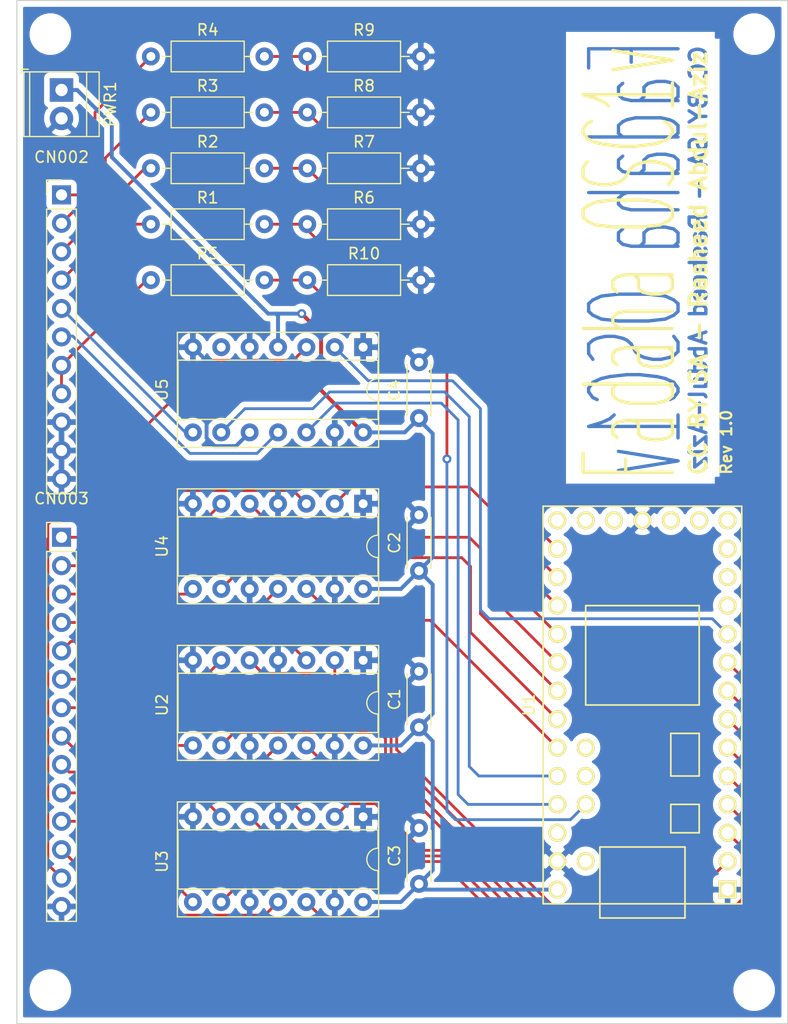
<source format=kicad_pcb>
(kicad_pcb (version 20171130) (host pcbnew "(5.0.1-3-g963ef8bb5)")
  (layers (0 F.Cu signal) (31 B.Cu signal) (35 F.Paste user) (37 F.SilkS user) (39 F.Mask user) (44 Edge.Cuts user))
  (net 0 "")
  (net 1 /Faders/FINT0)
  (net 2 /Faders/FINT1)
  (net 3 /Faders/FINT2)
  (net 4 /Faders/FINT3)
  (net 5 "Net-(CN002-Pad5)")
  (net 6 "Net-(CN002-Pad6)")
  (net 7 "Net-(CN002-Pad7)")
  (net 8 GND)
  (net 9 "Net-(CN003-Pad1)")
  (net 10 "Net-(CN003-Pad2)")
  (net 11 "Net-(CN003-Pad3)")
  (net 12 "Net-(CN003-Pad4)")
  (net 13 "Net-(CN003-Pad5)")
  (net 14 "Net-(CN003-Pad6)")
  (net 15 "Net-(CN003-Pad7)")
  (net 16 "Net-(CN003-Pad8)")
  (net 17 "Net-(CN003-Pad9)")
  (net 18 "Net-(CN003-Pad10)")
  (net 19 "Net-(CN003-Pad11)")
  (net 20 "Net-(CN003-Pad12)")
  (net 21 VCC)
  (net 22 /Faders/F3)
  (net 23 /Faders/F2)
  (net 24 /Faders/F1)
  (net 25 /Faders/F0)
  (net 26 /Faders/AREF)
  (net 27 "Net-(U1-Pad18)")
  (net 28 "Net-(U1-Pad19)")
  (net 29 "Net-(U1-Pad20)")
  (net 30 "Net-(U1-Pad16)")
  (net 31 "Net-(U1-Pad15)")
  (net 32 "Net-(U1-Pad14)")
  (net 33 "/Motor Control/BANK0")
  (net 34 "/Motor Control/BANK1")
  (net 35 "/Motor Control/BANK2")
  (net 36 "/Motor Control/BANK3")
  (net 37 /Faders/FSEL0)
  (net 38 /Faders/FSEL1)
  (net 39 "Net-(U1-Pad31)")
  (net 40 "Net-(U1-Pad34)")
  (net 41 "Net-(U1-Pad36)")
  (net 42 "Net-(U1-Pad37)")
  (net 43 "Net-(U1-Pad13)")
  (net 44 "Net-(U1-Pad12)")
  (net 45 "Net-(U1-Pad11)")
  (net 46 "/Motor Control/M3_B")
  (net 47 "/Motor Control/M3_A")
  (net 48 "/Motor Control/M2_B")
  (net 49 "/Motor Control/M2_A")
  (net 50 "/Motor Control/M1_B")
  (net 51 "/Motor Control/M1_A")
  (net 52 "/Motor Control/M0_B")
  (net 53 "/Motor Control/M0_A")
  (net 54 "Net-(U5-Pad6)")
  (net 55 "/Motor Control/_RESET")
  (net 56 "Net-(CN003-Pad13)")
  (module MountingHole:MountingHole_2.7mm_M2.5 (layer F.Cu) (at 129.5 126.6)
    (fp_text reference REF** hide)
    (fp_text value MountingHole_2.7mm_M2.5 hide)
    (pad "" np_thru_hole circle (at 0 0) (size 2.7 2.7) (drill 2.7) (layers *.Cu *.Mask))
  )
  (module MountingHole:MountingHole_2.7mm_M2.5 (layer F.Cu) (at 66.5 126.6)
    (fp_text reference REF** hide)
    (fp_text value MountingHole_2.7mm_M2.5 hide)
    (pad "" np_thru_hole circle (at 0 0) (size 2.7 2.7) (drill 2.7) (layers *.Cu *.Mask))
  )
  (module MountingHole:MountingHole_2.7mm_M2.5 (layer F.Cu) (at 129.5 41.1)
    (fp_text reference GND hide)
    (fp_text value MountingHole_2.7mm_M2.5 hide)
    (pad "" np_thru_hole circle (at 0 0) (size 2.7 2.7) (drill 2.7) (layers *.Cu *.Mask))
  )
  (module MountingHole:MountingHole_2.7mm_M2.5 (layer F.Cu) (at 66.5 41.1)
    (fp_text reference REF** hide)
    (fp_text value MountingHole_2.7mm_M2.5 hide)
    (pad "" np_thru_hole circle (at 0 0) (size 2.7 2.7) (drill 2.7) (layers *.Cu *.Mask))
  )
  (module teensy:Teensy30_31_32_LC-custom (layer F.Cu) (at 119.5 101.1 90)
    (fp_text reference U1 (at 0 -10.16 90) (layer F.SilkS))
    (fp_text value Teensy3.2)
    (pad 1 thru_hole rect (at -16.51 7.62 90) (size 1.6 1.6) (drill 1.1) (layers *.Cu *.Mask F.SilkS) (net 8 GND))
    (pad 2 thru_hole circle (at -13.97 7.62 90) (size 1.6 1.6) (drill 1.1) (layers *.Cu *.Mask F.SilkS) (net 53 "/Motor Control/M0_A"))
    (pad 3 thru_hole circle (at -11.43 7.62 90) (size 1.6 1.6) (drill 1.1) (layers *.Cu *.Mask F.SilkS) (net 52 "/Motor Control/M0_B"))
    (pad 4 thru_hole circle (at -8.89 7.62 90) (size 1.6 1.6) (drill 1.1) (layers *.Cu *.Mask F.SilkS) (net 51 "/Motor Control/M1_A"))
    (pad 5 thru_hole circle (at -6.35 7.62 90) (size 1.6 1.6) (drill 1.1) (layers *.Cu *.Mask F.SilkS) (net 50 "/Motor Control/M1_B"))
    (pad 6 thru_hole circle (at -3.81 7.62 90) (size 1.6 1.6) (drill 1.1) (layers *.Cu *.Mask F.SilkS) (net 49 "/Motor Control/M2_A"))
    (pad 7 thru_hole circle (at -1.27 7.62 90) (size 1.6 1.6) (drill 1.1) (layers *.Cu *.Mask F.SilkS) (net 48 "/Motor Control/M2_B"))
    (pad 8 thru_hole circle (at 1.27 7.62 90) (size 1.6 1.6) (drill 1.1) (layers *.Cu *.Mask F.SilkS) (net 47 "/Motor Control/M3_A"))
    (pad 9 thru_hole circle (at 3.81 7.62 90) (size 1.6 1.6) (drill 1.1) (layers *.Cu *.Mask F.SilkS) (net 46 "/Motor Control/M3_B"))
    (pad 10 thru_hole circle (at 6.35 7.62 90) (size 1.6 1.6) (drill 1.1) (layers *.Cu *.Mask F.SilkS) (net 55 "/Motor Control/_RESET"))
    (pad 11 thru_hole circle (at 8.89 7.62 90) (size 1.6 1.6) (drill 1.1) (layers *.Cu *.Mask F.SilkS) (net 45 "Net-(U1-Pad11)"))
    (pad 12 thru_hole circle (at 11.43 7.62 90) (size 1.6 1.6) (drill 1.1) (layers *.Cu *.Mask F.SilkS) (net 44 "Net-(U1-Pad12)"))
    (pad 13 thru_hole circle (at 13.97 7.62 90) (size 1.6 1.6) (drill 1.1) (layers *.Cu *.Mask F.SilkS) (net 43 "Net-(U1-Pad13)"))
    (pad 37 thru_hole circle (at -3.81 -5.08 90) (size 1.6 1.6) (drill 1.1) (layers *.Cu *.Mask F.SilkS) (net 42 "Net-(U1-Pad37)"))
    (pad 36 thru_hole circle (at -6.35 -5.08 90) (size 1.6 1.6) (drill 1.1) (layers *.Cu *.Mask F.SilkS) (net 41 "Net-(U1-Pad36)"))
    (pad 35 thru_hole circle (at -8.89 -5.08 90) (size 1.6 1.6) (drill 1.1) (layers *.Cu *.Mask F.SilkS) (net 26 /Faders/AREF))
    (pad 34 thru_hole circle (at -13.97 -5.08 90) (size 1.6 1.6) (drill 1.1) (layers *.Cu *.Mask F.SilkS) (net 40 "Net-(U1-Pad34)"))
    (pad 33 thru_hole circle (at -16.51 -7.62 90) (size 1.6 1.6) (drill 1.1) (layers *.Cu *.Mask F.SilkS) (net 21 VCC))
    (pad 32 thru_hole circle (at -13.97 -7.62 90) (size 1.6 1.6) (drill 1.1) (layers *.Cu *.Mask F.SilkS) (net 8 GND))
    (pad 31 thru_hole circle (at -11.43 -7.62 90) (size 1.6 1.6) (drill 1.1) (layers *.Cu *.Mask F.SilkS) (net 39 "Net-(U1-Pad31)"))
    (pad 30 thru_hole circle (at -8.89 -7.62 90) (size 1.6 1.6) (drill 1.1) (layers *.Cu *.Mask F.SilkS) (net 38 /Faders/FSEL1))
    (pad 29 thru_hole circle (at -6.35 -7.62 90) (size 1.6 1.6) (drill 1.1) (layers *.Cu *.Mask F.SilkS) (net 37 /Faders/FSEL0))
    (pad 28 thru_hole circle (at -3.81 -7.62 90) (size 1.6 1.6) (drill 1.1) (layers *.Cu *.Mask F.SilkS) (net 36 "/Motor Control/BANK3"))
    (pad 27 thru_hole circle (at -1.27 -7.62 90) (size 1.6 1.6) (drill 1.1) (layers *.Cu *.Mask F.SilkS) (net 35 "/Motor Control/BANK2"))
    (pad 26 thru_hole circle (at 1.27 -7.62 90) (size 1.6 1.6) (drill 1.1) (layers *.Cu *.Mask F.SilkS) (net 34 "/Motor Control/BANK1"))
    (pad 25 thru_hole circle (at 3.81 -7.62 90) (size 1.6 1.6) (drill 1.1) (layers *.Cu *.Mask F.SilkS) (net 33 "/Motor Control/BANK0"))
    (pad 24 thru_hole circle (at 6.35 -7.62 90) (size 1.6 1.6) (drill 1.1) (layers *.Cu *.Mask F.SilkS) (net 22 /Faders/F3))
    (pad 23 thru_hole circle (at 8.89 -7.62 90) (size 1.6 1.6) (drill 1.1) (layers *.Cu *.Mask F.SilkS) (net 23 /Faders/F2))
    (pad 22 thru_hole circle (at 11.43 -7.62 90) (size 1.6 1.6) (drill 1.1) (layers *.Cu *.Mask F.SilkS) (net 24 /Faders/F1))
    (pad 21 thru_hole circle (at 13.97 -7.62 90) (size 1.6 1.6) (drill 1.1) (layers *.Cu *.Mask F.SilkS) (net 25 /Faders/F0))
    (pad 14 thru_hole circle (at 16.51 7.62 90) (size 1.6 1.6) (drill 1.1) (layers *.Cu *.Mask F.SilkS) (net 32 "Net-(U1-Pad14)"))
    (pad 15 thru_hole circle (at 16.51 5.08 90) (size 1.6 1.6) (drill 1.1) (layers *.Cu *.Mask F.SilkS) (net 31 "Net-(U1-Pad15)"))
    (pad 16 thru_hole circle (at 16.51 2.54 90) (size 1.6 1.6) (drill 1.1) (layers *.Cu *.Mask F.SilkS) (net 30 "Net-(U1-Pad16)"))
    (pad 20 thru_hole circle (at 16.51 -7.62 90) (size 1.6 1.6) (drill 1.1) (layers *.Cu *.Mask F.SilkS) (net 29 "Net-(U1-Pad20)"))
    (pad 19 thru_hole circle (at 16.51 -5.08 90) (size 1.6 1.6) (drill 1.1) (layers *.Cu *.Mask F.SilkS) (net 28 "Net-(U1-Pad19)"))
    (pad 18 thru_hole circle (at 16.51 -2.54 90) (size 1.6 1.6) (drill 1.1) (layers *.Cu *.Mask F.SilkS) (net 27 "Net-(U1-Pad18)"))
    (pad 17 thru_hole circle (at 16.51 0 90) (size 1.6 1.6) (drill 1.1) (layers *.Cu *.Mask F.SilkS) (net 8 GND))
  )
  (module Resistor_THT:R_Axial_DIN0207_L6.3mm_D2.5mm_P10.16mm_Horizontal (layer F.Cu) (at 89.5 58.1)
    (fp_text reference R6 (at 5.08 -2.37) (layer F.SilkS))
    (fp_text value 20k)
    (pad 2 thru_hole oval (at 10.16 0) (size 1.6 1.6) (drill 0.8) (layers *.Cu *.Mask) (net 8 GND))
    (pad 1 thru_hole circle (at 0 0) (size 1.6 1.6) (drill 0.8) (layers *.Cu *.Mask) (net 22 /Faders/F3))
  )
  (module Resistor_THT:R_Axial_DIN0207_L6.3mm_D2.5mm_P10.16mm_Horizontal (layer F.Cu) (at 89.5 63.1)
    (fp_text reference R10 (at 5.08 -2.37) (layer F.SilkS))
    (fp_text value 20k)
    (pad 1 thru_hole circle (at 0 0) (size 1.6 1.6) (drill 0.8) (layers *.Cu *.Mask) (net 26 /Faders/AREF))
    (pad 2 thru_hole oval (at 10.16 0) (size 1.6 1.6) (drill 0.8) (layers *.Cu *.Mask) (net 8 GND))
  )
  (module Capacitor_THT:C_Disc_D4.3mm_W1.9mm_P5.00mm (layer F.Cu) (at 99.5 75.44432 90)
    (fp_text reference C4 (at 2.5 -2.2 90) (layer F.SilkS))
    (fp_text value 100nf)
    (pad 2 thru_hole circle (at 5 0 90) (size 1.6 1.6) (drill 0.8) (layers *.Cu *.Mask) (net 8 GND))
    (pad 1 thru_hole circle (at 0 0 90) (size 1.6 1.6) (drill 0.8) (layers *.Cu *.Mask) (net 21 VCC))
  )
  (module Capacitor_THT:C_Disc_D4.3mm_W1.9mm_P5.00mm (layer F.Cu) (at 99.5 117.1 90)
    (fp_text reference C3 (at 2.5 -2.2 90) (layer F.SilkS))
    (fp_text value 100nf)
    (pad 1 thru_hole circle (at 0 0 90) (size 1.6 1.6) (drill 0.8) (layers *.Cu *.Mask) (net 21 VCC))
    (pad 2 thru_hole circle (at 5 0 90) (size 1.6 1.6) (drill 0.8) (layers *.Cu *.Mask) (net 8 GND))
  )
  (module Capacitor_THT:C_Disc_D4.3mm_W1.9mm_P5.00mm (layer F.Cu) (at 99.5 89.1 90)
    (fp_text reference C2 (at 2.5 -2.2 90) (layer F.SilkS))
    (fp_text value 100nf)
    (pad 2 thru_hole circle (at 5 0 90) (size 1.6 1.6) (drill 0.8) (layers *.Cu *.Mask) (net 8 GND))
    (pad 1 thru_hole circle (at 0 0 90) (size 1.6 1.6) (drill 0.8) (layers *.Cu *.Mask) (net 21 VCC))
  )
  (module Capacitor_THT:C_Disc_D4.3mm_W1.9mm_P5.00mm (layer F.Cu) (at 99.5 103.1 90)
    (fp_text reference C1 (at 2.5 -2.2 90) (layer F.SilkS))
    (fp_text value 100nf)
    (pad 1 thru_hole circle (at 0 0 90) (size 1.6 1.6) (drill 0.8) (layers *.Cu *.Mask) (net 21 VCC))
    (pad 2 thru_hole circle (at 5 0 90) (size 1.6 1.6) (drill 0.8) (layers *.Cu *.Mask) (net 8 GND))
  )
  (module Connector_PinHeader_2.54mm:PinHeader_1x11_P2.54mm_Vertical (layer F.Cu) (at 67.5 55.48)
    (fp_text reference CN002 (at 0 -3.38) (layer F.SilkS))
    (fp_text value "11 pin header")
    (pad 1 thru_hole rect (at 0 0) (size 1.7 1.7) (drill 1) (layers *.Cu *.Mask) (net 1 /Faders/FINT0))
    (pad 2 thru_hole oval (at 0 2.54) (size 1.7 1.7) (drill 1) (layers *.Cu *.Mask) (net 2 /Faders/FINT1))
    (pad 3 thru_hole oval (at 0 5.08) (size 1.7 1.7) (drill 1) (layers *.Cu *.Mask) (net 3 /Faders/FINT2))
    (pad 4 thru_hole oval (at 0 7.62) (size 1.7 1.7) (drill 1) (layers *.Cu *.Mask) (net 4 /Faders/FINT3))
    (pad 5 thru_hole oval (at 0 10.16) (size 1.7 1.7) (drill 1) (layers *.Cu *.Mask) (net 5 "Net-(CN002-Pad5)"))
    (pad 6 thru_hole oval (at 0 12.7) (size 1.7 1.7) (drill 1) (layers *.Cu *.Mask) (net 6 "Net-(CN002-Pad6)"))
    (pad 7 thru_hole oval (at 0 15.24) (size 1.7 1.7) (drill 1) (layers *.Cu *.Mask) (net 7 "Net-(CN002-Pad7)"))
    (pad 8 thru_hole oval (at 0 17.78) (size 1.7 1.7) (drill 1) (layers *.Cu *.Mask) (net 7 "Net-(CN002-Pad7)"))
    (pad 9 thru_hole oval (at 0 20.32) (size 1.7 1.7) (drill 1) (layers *.Cu *.Mask) (net 8 GND))
    (pad 10 thru_hole oval (at 0 22.86) (size 1.7 1.7) (drill 1) (layers *.Cu *.Mask) (net 8 GND))
    (pad 11 thru_hole oval (at 0 25.4) (size 1.7 1.7) (drill 1) (layers *.Cu *.Mask) (net 8 GND))
  )
  (module Connector_PinHeader_2.54mm:PinHeader_1x14_P2.54mm_Vertical (layer F.Cu) (at 67.5 86.1)
    (fp_text reference CN003 (at 0 -3.46) (layer F.SilkS))
    (fp_text value "14 pin header")
    (pad 1 thru_hole rect (at 0 0) (size 1.7 1.7) (drill 1) (layers *.Cu *.Mask) (net 9 "Net-(CN003-Pad1)"))
    (pad 2 thru_hole oval (at 0 2.54) (size 1.7 1.7) (drill 1) (layers *.Cu *.Mask) (net 10 "Net-(CN003-Pad2)"))
    (pad 3 thru_hole oval (at 0 5.08) (size 1.7 1.7) (drill 1) (layers *.Cu *.Mask) (net 11 "Net-(CN003-Pad3)"))
    (pad 4 thru_hole oval (at 0 7.62) (size 1.7 1.7) (drill 1) (layers *.Cu *.Mask) (net 12 "Net-(CN003-Pad4)"))
    (pad 5 thru_hole oval (at 0 10.16) (size 1.7 1.7) (drill 1) (layers *.Cu *.Mask) (net 13 "Net-(CN003-Pad5)"))
    (pad 6 thru_hole oval (at 0 12.7) (size 1.7 1.7) (drill 1) (layers *.Cu *.Mask) (net 14 "Net-(CN003-Pad6)"))
    (pad 7 thru_hole oval (at 0 15.24) (size 1.7 1.7) (drill 1) (layers *.Cu *.Mask) (net 15 "Net-(CN003-Pad7)"))
    (pad 8 thru_hole oval (at 0 17.78) (size 1.7 1.7) (drill 1) (layers *.Cu *.Mask) (net 16 "Net-(CN003-Pad8)"))
    (pad 9 thru_hole oval (at 0 20.32) (size 1.7 1.7) (drill 1) (layers *.Cu *.Mask) (net 17 "Net-(CN003-Pad9)"))
    (pad 10 thru_hole oval (at 0 22.86) (size 1.7 1.7) (drill 1) (layers *.Cu *.Mask) (net 18 "Net-(CN003-Pad10)"))
    (pad 11 thru_hole oval (at 0 25.4) (size 1.7 1.7) (drill 1) (layers *.Cu *.Mask) (net 19 "Net-(CN003-Pad11)"))
    (pad 12 thru_hole oval (at 0 27.94) (size 1.7 1.7) (drill 1) (layers *.Cu *.Mask) (net 20 "Net-(CN003-Pad12)"))
    (pad 13 thru_hole oval (at 0 30.48) (size 1.7 1.7) (drill 1) (layers *.Cu *.Mask) (net 56 "Net-(CN003-Pad13)"))
    (pad 14 thru_hole oval (at 0 33.02) (size 1.7 1.7) (drill 1) (layers *.Cu *.Mask) (net 8 GND))
  )
  (module TerminalBlock_TE-Connectivity:TerminalBlock_TE_282834-2_1x02_P2.54mm_Horizontal (layer F.Cu) (at 67.5 46.1 270)
    (fp_text reference PWR1 (at 1.27 -4.37 270) (layer F.SilkS))
    (fp_text value Screw_Terminal_01x02 hide)
    (pad 1 thru_hole rect (at 0 0 270) (size 2.1 2.1) (drill 1.1) (layers *.Cu *.Mask) (net 21 VCC))
    (pad 2 thru_hole circle (at 2.54 0 270) (size 2.1 2.1) (drill 1.1) (layers *.Cu *.Mask) (net 8 GND))
  )
  (module Resistor_THT:R_Axial_DIN0207_L6.3mm_D2.5mm_P10.16mm_Horizontal (layer F.Cu) (at 75.5 58.1)
    (fp_text reference R1 (at 5.08 -2.37) (layer F.SilkS))
    (fp_text value 11k)
    (pad 1 thru_hole circle (at 0 0) (size 1.6 1.6) (drill 0.8) (layers *.Cu *.Mask) (net 4 /Faders/FINT3))
    (pad 2 thru_hole oval (at 10.16 0) (size 1.6 1.6) (drill 0.8) (layers *.Cu *.Mask) (net 22 /Faders/F3))
  )
  (module Resistor_THT:R_Axial_DIN0207_L6.3mm_D2.5mm_P10.16mm_Horizontal (layer F.Cu) (at 75.5 53.1)
    (fp_text reference R2 (at 5.08 -2.37) (layer F.SilkS))
    (fp_text value 11k)
    (pad 2 thru_hole oval (at 10.16 0) (size 1.6 1.6) (drill 0.8) (layers *.Cu *.Mask) (net 23 /Faders/F2))
    (pad 1 thru_hole circle (at 0 0) (size 1.6 1.6) (drill 0.8) (layers *.Cu *.Mask) (net 3 /Faders/FINT2))
  )
  (module Resistor_THT:R_Axial_DIN0207_L6.3mm_D2.5mm_P10.16mm_Horizontal (layer F.Cu) (at 75.5 48.1)
    (fp_text reference R3 (at 5.08 -2.37) (layer F.SilkS))
    (fp_text value 11k)
    (pad 1 thru_hole circle (at 0 0) (size 1.6 1.6) (drill 0.8) (layers *.Cu *.Mask) (net 2 /Faders/FINT1))
    (pad 2 thru_hole oval (at 10.16 0) (size 1.6 1.6) (drill 0.8) (layers *.Cu *.Mask) (net 24 /Faders/F1))
  )
  (module Resistor_THT:R_Axial_DIN0207_L6.3mm_D2.5mm_P10.16mm_Horizontal (layer F.Cu) (at 75.5 43.1)
    (fp_text reference R4 (at 5.08 -2.37) (layer F.SilkS))
    (fp_text value 11k)
    (pad 1 thru_hole circle (at 0 0) (size 1.6 1.6) (drill 0.8) (layers *.Cu *.Mask) (net 1 /Faders/FINT0))
    (pad 2 thru_hole oval (at 10.16 0) (size 1.6 1.6) (drill 0.8) (layers *.Cu *.Mask) (net 25 /Faders/F0))
  )
  (module Resistor_THT:R_Axial_DIN0207_L6.3mm_D2.5mm_P10.16mm_Horizontal (layer F.Cu) (at 75.5 63.1)
    (fp_text reference R5 (at 5.08 -2.37) (layer F.SilkS))
    (fp_text value 11k)
    (pad 2 thru_hole oval (at 10.16 0) (size 1.6 1.6) (drill 0.8) (layers *.Cu *.Mask) (net 26 /Faders/AREF))
    (pad 1 thru_hole circle (at 0 0) (size 1.6 1.6) (drill 0.8) (layers *.Cu *.Mask) (net 7 "Net-(CN002-Pad7)"))
  )
  (module Resistor_THT:R_Axial_DIN0207_L6.3mm_D2.5mm_P10.16mm_Horizontal (layer F.Cu) (at 89.5 53.1)
    (fp_text reference R7 (at 5.08 -2.37) (layer F.SilkS))
    (fp_text value 20k)
    (pad 1 thru_hole circle (at 0 0) (size 1.6 1.6) (drill 0.8) (layers *.Cu *.Mask) (net 23 /Faders/F2))
    (pad 2 thru_hole oval (at 10.16 0) (size 1.6 1.6) (drill 0.8) (layers *.Cu *.Mask) (net 8 GND))
  )
  (module Resistor_THT:R_Axial_DIN0207_L6.3mm_D2.5mm_P10.16mm_Horizontal (layer F.Cu) (at 89.5 48.1)
    (fp_text reference R8 (at 5.08 -2.37) (layer F.SilkS))
    (fp_text value 20k)
    (pad 2 thru_hole oval (at 10.16 0) (size 1.6 1.6) (drill 0.8) (layers *.Cu *.Mask) (net 8 GND))
    (pad 1 thru_hole circle (at 0 0) (size 1.6 1.6) (drill 0.8) (layers *.Cu *.Mask) (net 24 /Faders/F1))
  )
  (module Resistor_THT:R_Axial_DIN0207_L6.3mm_D2.5mm_P10.16mm_Horizontal (layer F.Cu) (at 89.5 43.1)
    (fp_text reference R9 (at 5.08 -2.37) (layer F.SilkS))
    (fp_text value 20k)
    (pad 2 thru_hole oval (at 10.16 0) (size 1.6 1.6) (drill 0.8) (layers *.Cu *.Mask) (net 8 GND))
    (pad 1 thru_hole circle (at 0 0) (size 1.6 1.6) (drill 0.8) (layers *.Cu *.Mask) (net 25 /Faders/F0))
  )
  (module Package_DIP:DIP-14_W7.62mm_Socket (layer F.Cu) (at 94.5 97.1 270)
    (fp_text reference U2 (at 4 18 270) (layer F.SilkS))
    (fp_text value 74125)
    (pad 1 thru_hole rect (at 0 0 270) (size 1.6 1.6) (drill 0.8) (layers *.Cu *.Mask) (net 8 GND))
    (pad 8 thru_hole oval (at 7.62 15.24 270) (size 1.6 1.6) (drill 0.8) (layers *.Cu *.Mask) (net 15 "Net-(CN003-Pad7)"))
    (pad 2 thru_hole oval (at 0 2.54 270) (size 1.6 1.6) (drill 0.8) (layers *.Cu *.Mask) (net 53 "/Motor Control/M0_A"))
    (pad 9 thru_hole oval (at 7.62 12.7 270) (size 1.6 1.6) (drill 0.8) (layers *.Cu *.Mask) (net 51 "/Motor Control/M1_A"))
    (pad 3 thru_hole oval (at 0 5.08 270) (size 1.6 1.6) (drill 0.8) (layers *.Cu *.Mask) (net 13 "Net-(CN003-Pad5)"))
    (pad 10 thru_hole oval (at 7.62 10.16 270) (size 1.6 1.6) (drill 0.8) (layers *.Cu *.Mask) (net 8 GND))
    (pad 4 thru_hole oval (at 0 7.62 270) (size 1.6 1.6) (drill 0.8) (layers *.Cu *.Mask) (net 8 GND))
    (pad 11 thru_hole oval (at 7.62 7.62 270) (size 1.6 1.6) (drill 0.8) (layers *.Cu *.Mask) (net 16 "Net-(CN003-Pad8)"))
    (pad 5 thru_hole oval (at 0 10.16 270) (size 1.6 1.6) (drill 0.8) (layers *.Cu *.Mask) (net 52 "/Motor Control/M0_B"))
    (pad 12 thru_hole oval (at 7.62 5.08 270) (size 1.6 1.6) (drill 0.8) (layers *.Cu *.Mask) (net 50 "/Motor Control/M1_B"))
    (pad 6 thru_hole oval (at 0 12.7 270) (size 1.6 1.6) (drill 0.8) (layers *.Cu *.Mask) (net 14 "Net-(CN003-Pad6)"))
    (pad 13 thru_hole oval (at 7.62 2.54 270) (size 1.6 1.6) (drill 0.8) (layers *.Cu *.Mask) (net 8 GND))
    (pad 7 thru_hole oval (at 0 15.24 270) (size 1.6 1.6) (drill 0.8) (layers *.Cu *.Mask) (net 8 GND))
    (pad 14 thru_hole oval (at 7.62 0 270) (size 1.6 1.6) (drill 0.8) (layers *.Cu *.Mask) (net 21 VCC))
  )
  (module Package_DIP:DIP-14_W7.62mm_Socket (layer F.Cu) (at 94.5 111.1 270)
    (fp_text reference U3 (at 4 18 270) (layer F.SilkS))
    (fp_text value 74125)
    (pad 14 thru_hole oval (at 7.62 0 270) (size 1.6 1.6) (drill 0.8) (layers *.Cu *.Mask) (net 21 VCC))
    (pad 7 thru_hole oval (at 0 15.24 270) (size 1.6 1.6) (drill 0.8) (layers *.Cu *.Mask) (net 8 GND))
    (pad 13 thru_hole oval (at 7.62 2.54 270) (size 1.6 1.6) (drill 0.8) (layers *.Cu *.Mask) (net 8 GND))
    (pad 6 thru_hole oval (at 0 12.7 270) (size 1.6 1.6) (drill 0.8) (layers *.Cu *.Mask) (net 18 "Net-(CN003-Pad10)"))
    (pad 12 thru_hole oval (at 7.62 5.08 270) (size 1.6 1.6) (drill 0.8) (layers *.Cu *.Mask) (net 46 "/Motor Control/M3_B"))
    (pad 5 thru_hole oval (at 0 10.16 270) (size 1.6 1.6) (drill 0.8) (layers *.Cu *.Mask) (net 48 "/Motor Control/M2_B"))
    (pad 11 thru_hole oval (at 7.62 7.62 270) (size 1.6 1.6) (drill 0.8) (layers *.Cu *.Mask) (net 20 "Net-(CN003-Pad12)"))
    (pad 4 thru_hole oval (at 0 7.62 270) (size 1.6 1.6) (drill 0.8) (layers *.Cu *.Mask) (net 8 GND))
    (pad 10 thru_hole oval (at 7.62 10.16 270) (size 1.6 1.6) (drill 0.8) (layers *.Cu *.Mask) (net 8 GND))
    (pad 3 thru_hole oval (at 0 5.08 270) (size 1.6 1.6) (drill 0.8) (layers *.Cu *.Mask) (net 17 "Net-(CN003-Pad9)"))
    (pad 9 thru_hole oval (at 7.62 12.7 270) (size 1.6 1.6) (drill 0.8) (layers *.Cu *.Mask) (net 47 "/Motor Control/M3_A"))
    (pad 2 thru_hole oval (at 0 2.54 270) (size 1.6 1.6) (drill 0.8) (layers *.Cu *.Mask) (net 49 "/Motor Control/M2_A"))
    (pad 8 thru_hole oval (at 7.62 15.24 270) (size 1.6 1.6) (drill 0.8) (layers *.Cu *.Mask) (net 19 "Net-(CN003-Pad11)"))
    (pad 1 thru_hole rect (at 0 0 270) (size 1.6 1.6) (drill 0.8) (layers *.Cu *.Mask) (net 8 GND))
  )
  (module Package_DIP:DIP-14_W7.62mm_Socket (layer F.Cu) (at 94.5 83.1 270)
    (fp_text reference U4 (at 3.81 18 270) (layer F.SilkS))
    (fp_text value 74125)
    (pad 1 thru_hole rect (at 0 0 270) (size 1.6 1.6) (drill 0.8) (layers *.Cu *.Mask) (net 8 GND))
    (pad 8 thru_hole oval (at 7.62 15.24 270) (size 1.6 1.6) (drill 0.8) (layers *.Cu *.Mask) (net 11 "Net-(CN003-Pad3)"))
    (pad 2 thru_hole oval (at 0 2.54 270) (size 1.6 1.6) (drill 0.8) (layers *.Cu *.Mask) (net 33 "/Motor Control/BANK0"))
    (pad 9 thru_hole oval (at 7.62 12.7 270) (size 1.6 1.6) (drill 0.8) (layers *.Cu *.Mask) (net 35 "/Motor Control/BANK2"))
    (pad 3 thru_hole oval (at 0 5.08 270) (size 1.6 1.6) (drill 0.8) (layers *.Cu *.Mask) (net 9 "Net-(CN003-Pad1)"))
    (pad 10 thru_hole oval (at 7.62 10.16 270) (size 1.6 1.6) (drill 0.8) (layers *.Cu *.Mask) (net 8 GND))
    (pad 4 thru_hole oval (at 0 7.62 270) (size 1.6 1.6) (drill 0.8) (layers *.Cu *.Mask) (net 8 GND))
    (pad 11 thru_hole oval (at 7.62 7.62 270) (size 1.6 1.6) (drill 0.8) (layers *.Cu *.Mask) (net 12 "Net-(CN003-Pad4)"))
    (pad 5 thru_hole oval (at 0 10.16 270) (size 1.6 1.6) (drill 0.8) (layers *.Cu *.Mask) (net 34 "/Motor Control/BANK1"))
    (pad 12 thru_hole oval (at 7.62 5.08 270) (size 1.6 1.6) (drill 0.8) (layers *.Cu *.Mask) (net 36 "/Motor Control/BANK3"))
    (pad 6 thru_hole oval (at 0 12.7 270) (size 1.6 1.6) (drill 0.8) (layers *.Cu *.Mask) (net 10 "Net-(CN003-Pad2)"))
    (pad 13 thru_hole oval (at 7.62 2.54 270) (size 1.6 1.6) (drill 0.8) (layers *.Cu *.Mask) (net 8 GND))
    (pad 7 thru_hole oval (at 0 15.24 270) (size 1.6 1.6) (drill 0.8) (layers *.Cu *.Mask) (net 8 GND))
    (pad 14 thru_hole oval (at 7.62 0 270) (size 1.6 1.6) (drill 0.8) (layers *.Cu *.Mask) (net 21 VCC))
  )
  (module Package_DIP:DIP-14_W7.62mm_Socket (layer F.Cu) (at 94.5 69.1 270)
    (fp_text reference U5 (at 3.81 18 270) (layer F.SilkS))
    (fp_text value 74125)
    (pad 14 thru_hole oval (at 7.62 0 270) (size 1.6 1.6) (drill 0.8) (layers *.Cu *.Mask) (net 21 VCC))
    (pad 7 thru_hole oval (at 0 15.24 270) (size 1.6 1.6) (drill 0.8) (layers *.Cu *.Mask) (net 8 GND))
    (pad 13 thru_hole oval (at 7.62 2.54 270) (size 1.6 1.6) (drill 0.8) (layers *.Cu *.Mask) (net 8 GND))
    (pad 6 thru_hole oval (at 0 12.7 270) (size 1.6 1.6) (drill 0.8) (layers *.Cu *.Mask) (net 54 "Net-(U5-Pad6)"))
    (pad 12 thru_hole oval (at 7.62 5.08 270) (size 1.6 1.6) (drill 0.8) (layers *.Cu *.Mask) (net 38 /Faders/FSEL1))
    (pad 5 thru_hole oval (at 0 10.16 270) (size 1.6 1.6) (drill 0.8) (layers *.Cu *.Mask) (net 8 GND))
    (pad 11 thru_hole oval (at 7.62 7.62 270) (size 1.6 1.6) (drill 0.8) (layers *.Cu *.Mask) (net 6 "Net-(CN002-Pad6)"))
    (pad 4 thru_hole oval (at 0 7.62 270) (size 1.6 1.6) (drill 0.8) (layers *.Cu *.Mask) (net 21 VCC))
    (pad 10 thru_hole oval (at 7.62 10.16 270) (size 1.6 1.6) (drill 0.8) (layers *.Cu *.Mask) (net 8 GND))
    (pad 3 thru_hole oval (at 0 5.08 270) (size 1.6 1.6) (drill 0.8) (layers *.Cu *.Mask) (net 56 "Net-(CN003-Pad13)"))
    (pad 9 thru_hole oval (at 7.62 12.7 270) (size 1.6 1.6) (drill 0.8) (layers *.Cu *.Mask) (net 37 /Faders/FSEL0))
    (pad 2 thru_hole oval (at 0 2.54 270) (size 1.6 1.6) (drill 0.8) (layers *.Cu *.Mask) (net 55 "/Motor Control/_RESET"))
    (pad 8 thru_hole oval (at 7.62 15.24 270) (size 1.6 1.6) (drill 0.8) (layers *.Cu *.Mask) (net 5 "Net-(CN002-Pad5)"))
    (pad 1 thru_hole rect (at 0 0 270) (size 1.6 1.6) (drill 0.8) (layers *.Cu *.Mask) (net 8 GND))
  )
  (gr_text "Rev 1.0\n" (at 127 77.6 90) (layer F.SilkS) (effects (font (size 1 1) (thickness 0.2))))
  (gr_text "CC BY SA - Rasheed Abdul-Aziz\n" (at 124.5 61.6 90) (layer F.SilkS) (effects (font (size 1.5 1.5) (thickness 0.3))))
  (gr_text "Fadaha OSC1v" (at 118.5 61.6 90) (layer F.SilkS) (effects (font (size 8 3.6) (thickness 0.3))))
  (gr_text "CC BY SA - Rasheed Abdul-Aziz\n" (at 124.5 61.1 90) (layer B.Cu) (effects (font (size 1.5 1.5) (thickness 0.3)) (justify mirror)))
  (gr_text "Fadaha OSC1v" (at 119 61.1 90) (layer B.Cu) (effects (font (size 8 3.6) (thickness 0.3)) (justify mirror)))
  (gr_line (start 132.5 129.6) (end 132.5 38.1) (layer Edge.Cuts) (width 0.1))
  (gr_line (start 132.5 38.1) (end 63.5 38.1) (layer Edge.Cuts) (width 0.1))
  (gr_line (start 63.5 129.6) (end 132.5 129.6) (layer Edge.Cuts) (width 0.1))
  (gr_line (start 63.5 38.1) (end 63.5 129.6) (layer Edge.Cuts) (width 0.1))
  (segment (start 67.5 55.48) (end 69.12 55.48) (width 0.25) (layer F.Cu) (net 1))
  (segment (start 69.12 55.48) (end 70.5 54.1) (width 0.25) (layer F.Cu) (net 1))
  (segment (start 70.5 48.1) (end 75.5 43.1) (width 0.25) (layer F.Cu) (net 1))
  (segment (start 70.5 54.1) (end 70.5 48.1) (width 0.25) (layer F.Cu) (net 1))
  (segment (start 67.5 58.02) (end 71.42 54.1) (width 0.25) (layer F.Cu) (net 2))
  (segment (start 71.42 52.18) (end 75.5 48.1) (width 0.25) (layer F.Cu) (net 2))
  (segment (start 71.42 54.1) (end 71.42 52.18) (width 0.25) (layer F.Cu) (net 2))
  (segment (start 74.96 53.1) (end 75.5 53.1) (width 0.25) (layer F.Cu) (net 3))
  (segment (start 67.5 60.56) (end 74.96 53.1) (width 0.25) (layer F.Cu) (net 3))
  (segment (start 72.5 58.1) (end 75.5 58.1) (width 0.25) (layer F.Cu) (net 4))
  (segment (start 67.5 63.1) (end 72.5 58.1) (width 0.25) (layer F.Cu) (net 4))
  (segment (start 78.58 76.72) (end 79.26 76.72) (width 0.25) (layer B.Cu) (net 5))
  (segment (start 67.5 65.64) (end 78.58 76.72) (width 0.25) (layer B.Cu) (net 5))
  (segment (start 86.080001 77.519999) (end 86.88 76.72) (width 0.25) (layer B.Cu) (net 6))
  (segment (start 79 78.6) (end 85 78.6) (width 0.25) (layer B.Cu) (net 6))
  (segment (start 68.5 68.1) (end 79 78.6) (width 0.25) (layer B.Cu) (net 6))
  (segment (start 85 78.6) (end 86.080001 77.519999) (width 0.25) (layer B.Cu) (net 6))
  (segment (start 67.58 68.1) (end 68.5 68.1) (width 0.25) (layer B.Cu) (net 6))
  (segment (start 67.5 68.18) (end 67.58 68.1) (width 0.25) (layer B.Cu) (net 6))
  (segment (start 75.12 63.1) (end 75.5 63.1) (width 0.25) (layer F.Cu) (net 7))
  (segment (start 67.5 70.72) (end 75.12 63.1) (width 0.25) (layer F.Cu) (net 7))
  (segment (start 67.5 70.72) (end 67.5 73.26) (width 0.25) (layer F.Cu) (net 7))
  (segment (start 80.059999 69.899999) (end 79.26 69.1) (width 0.35) (layer B.Cu) (net 8))
  (segment (start 80.485001 70.325001) (end 80.059999 69.899999) (width 0.35) (layer B.Cu) (net 8))
  (segment (start 80.485001 77.218003) (end 80.485001 70.325001) (width 0.35) (layer B.Cu) (net 8))
  (segment (start 81.211999 77.945001) (end 80.485001 77.218003) (width 0.35) (layer B.Cu) (net 8))
  (segment (start 83.114999 77.945001) (end 81.211999 77.945001) (width 0.35) (layer B.Cu) (net 8))
  (segment (start 84.34 76.72) (end 83.114999 77.945001) (width 0.35) (layer B.Cu) (net 8))
  (segment (start 67.5 86.1) (end 70.5 86.1) (width 0.25) (layer F.Cu) (net 9))
  (segment (start 88.620001 82.300001) (end 89.42 83.1) (width 0.25) (layer F.Cu) (net 9))
  (segment (start 88.244999 81.924999) (end 88.620001 82.300001) (width 0.25) (layer F.Cu) (net 9))
  (segment (start 74.675001 81.924999) (end 88.244999 81.924999) (width 0.25) (layer F.Cu) (net 9))
  (segment (start 70.5 86.1) (end 74.675001 81.924999) (width 0.25) (layer F.Cu) (net 9))
  (segment (start 76.26 88.64) (end 81.8 83.1) (width 0.25) (layer F.Cu) (net 10))
  (segment (start 67.5 88.64) (end 76.26 88.64) (width 0.25) (layer F.Cu) (net 10))
  (segment (start 78.8 91.18) (end 79.26 90.72) (width 0.25) (layer F.Cu) (net 11))
  (segment (start 67.5 91.18) (end 78.8 91.18) (width 0.25) (layer F.Cu) (net 11))
  (segment (start 83.88 93.72) (end 86.88 90.72) (width 0.25) (layer F.Cu) (net 12))
  (segment (start 67.5 93.72) (end 83.88 93.72) (width 0.25) (layer F.Cu) (net 12))
  (segment (start 88.620001 96.300001) (end 89.42 97.1) (width 0.25) (layer F.Cu) (net 13))
  (segment (start 87.730001 95.410001) (end 88.620001 96.300001) (width 0.25) (layer F.Cu) (net 13))
  (segment (start 68.349999 95.410001) (end 87.730001 95.410001) (width 0.25) (layer F.Cu) (net 13))
  (segment (start 67.5 96.26) (end 68.349999 95.410001) (width 0.25) (layer F.Cu) (net 13))
  (segment (start 80.1 98.8) (end 81.8 97.1) (width 0.25) (layer F.Cu) (net 14))
  (segment (start 67.5 98.8) (end 80.1 98.8) (width 0.25) (layer F.Cu) (net 14))
  (segment (start 67.5 101.34) (end 74.26 101.34) (width 0.25) (layer F.Cu) (net 15))
  (segment (start 77.64 104.72) (end 79.26 104.72) (width 0.25) (layer F.Cu) (net 15))
  (segment (start 74.26 101.34) (end 77.64 104.72) (width 0.25) (layer F.Cu) (net 15))
  (segment (start 86.080001 105.519999) (end 86.88 104.72) (width 0.25) (layer F.Cu) (net 16))
  (segment (start 85.5 106.1) (end 86.080001 105.519999) (width 0.25) (layer F.Cu) (net 16))
  (segment (start 69.72 106.1) (end 85.5 106.1) (width 0.25) (layer F.Cu) (net 16))
  (segment (start 67.5 103.88) (end 69.72 106.1) (width 0.25) (layer F.Cu) (net 16))
  (segment (start 88.620001 110.300001) (end 89.42 111.1) (width 0.25) (layer F.Cu) (net 17))
  (segment (start 85.42 107.1) (end 88.620001 110.300001) (width 0.25) (layer F.Cu) (net 17))
  (segment (start 68.18 107.1) (end 85.42 107.1) (width 0.25) (layer F.Cu) (net 17))
  (segment (start 67.5 106.42) (end 68.18 107.1) (width 0.25) (layer F.Cu) (net 17))
  (segment (start 79.66 108.96) (end 81.8 111.1) (width 0.25) (layer F.Cu) (net 18))
  (segment (start 67.5 108.96) (end 79.66 108.96) (width 0.25) (layer F.Cu) (net 18))
  (segment (start 72.04 111.5) (end 79.26 118.72) (width 0.25) (layer F.Cu) (net 19))
  (segment (start 67.5 111.5) (end 72.04 111.5) (width 0.25) (layer F.Cu) (net 19))
  (segment (start 86.080001 119.519999) (end 86.88 118.72) (width 0.25) (layer F.Cu) (net 20))
  (segment (start 85.704999 119.895001) (end 86.080001 119.519999) (width 0.25) (layer F.Cu) (net 20))
  (segment (start 73.355001 119.895001) (end 85.704999 119.895001) (width 0.25) (layer F.Cu) (net 20))
  (segment (start 67.5 114.04) (end 73.355001 119.895001) (width 0.25) (layer F.Cu) (net 20))
  (segment (start 100.01 117.61) (end 99.5 117.1) (width 0.35) (layer B.Cu) (net 21))
  (segment (start 111.88 117.61) (end 100.01 117.61) (width 0.35) (layer B.Cu) (net 21))
  (segment (start 100.725001 104.325001) (end 99.5 103.1) (width 0.35) (layer B.Cu) (net 21))
  (segment (start 100.725001 115.874999) (end 100.725001 104.325001) (width 0.35) (layer B.Cu) (net 21))
  (segment (start 99.5 117.1) (end 100.725001 115.874999) (width 0.35) (layer B.Cu) (net 21))
  (segment (start 100.725001 90.325001) (end 99.5 89.1) (width 0.35) (layer B.Cu) (net 21))
  (segment (start 100.725001 101.874999) (end 100.725001 90.325001) (width 0.35) (layer B.Cu) (net 21))
  (segment (start 99.5 103.1) (end 100.725001 101.874999) (width 0.35) (layer B.Cu) (net 21))
  (segment (start 98.22432 76.72) (end 94.5 76.72) (width 0.35) (layer B.Cu) (net 21))
  (segment (start 99.5 75.44432) (end 98.22432 76.72) (width 0.35) (layer B.Cu) (net 21))
  (segment (start 97.88 90.72) (end 94.5 90.72) (width 0.35) (layer B.Cu) (net 21))
  (segment (start 99.5 89.1) (end 97.88 90.72) (width 0.35) (layer B.Cu) (net 21))
  (segment (start 97.88 104.72) (end 94.5 104.72) (width 0.35) (layer B.Cu) (net 21))
  (segment (start 99.5 103.1) (end 97.88 104.72) (width 0.35) (layer B.Cu) (net 21))
  (segment (start 97.88 118.72) (end 94.5 118.72) (width 0.35) (layer B.Cu) (net 21))
  (segment (start 99.5 117.1) (end 97.88 118.72) (width 0.35) (layer B.Cu) (net 21))
  (via (at 88.99999 66.1) (size 0.8) (drill 0.4) (layers F.Cu B.Cu) (net 21))
  (segment (start 90.734999 67.835009) (end 88.99999 66.1) (width 0.35) (layer F.Cu) (net 21))
  (segment (start 94.5 76.72) (end 90.734999 72.954999) (width 0.35) (layer F.Cu) (net 21))
  (segment (start 90.734999 72.954999) (end 90.734999 67.835009) (width 0.35) (layer F.Cu) (net 21))
  (segment (start 86.686998 66.1) (end 88.99999 66.1) (width 0.35) (layer B.Cu) (net 21))
  (segment (start 86.88 66.293002) (end 86.686998 66.1) (width 0.35) (layer B.Cu) (net 21))
  (segment (start 86.88 69.1) (end 86.88 66.293002) (width 0.35) (layer B.Cu) (net 21))
  (segment (start 99.5 75.6) (end 99.5 75.44432) (width 0.35) (layer B.Cu) (net 21))
  (segment (start 100.725001 87.874999) (end 100.725001 76.825001) (width 0.35) (layer B.Cu) (net 21))
  (segment (start 100.725001 76.825001) (end 99.5 75.6) (width 0.35) (layer B.Cu) (net 21))
  (segment (start 99.5 89.1) (end 100.725001 87.874999) (width 0.35) (layer B.Cu) (net 21))
  (segment (start 72 49.2) (end 72 52.1) (width 0.35) (layer B.Cu) (net 21))
  (segment (start 86 66.1) (end 86.686998 66.1) (width 0.35) (layer B.Cu) (net 21))
  (segment (start 72 52.1) (end 86 66.1) (width 0.35) (layer B.Cu) (net 21))
  (segment (start 68.9 46.1) (end 72 49.2) (width 0.35) (layer B.Cu) (net 21))
  (segment (start 67.5 46.1) (end 68.9 46.1) (width 0.35) (layer B.Cu) (net 21))
  (segment (start 89.5 58.1) (end 85.66 58.1) (width 0.25) (layer F.Cu) (net 22))
  (segment (start 106 60.1) (end 91 60.1) (width 0.25) (layer F.Cu) (net 22))
  (segment (start 89.5 58.6) (end 89.5 58.1) (width 0.25) (layer F.Cu) (net 22))
  (segment (start 91 60.1) (end 89.5 58.6) (width 0.25) (layer F.Cu) (net 22))
  (segment (start 107 61.1) (end 106 60.1) (width 0.25) (layer F.Cu) (net 22))
  (segment (start 107 89.87) (end 107 61.1) (width 0.25) (layer F.Cu) (net 22))
  (segment (start 111.88 94.75) (end 107 89.87) (width 0.25) (layer F.Cu) (net 22))
  (segment (start 85.66 53.1) (end 89.5 53.1) (width 0.25) (layer F.Cu) (net 23))
  (segment (start 108 57.1) (end 108 88.33) (width 0.25) (layer F.Cu) (net 23))
  (segment (start 106 55.1) (end 108 57.1) (width 0.25) (layer F.Cu) (net 23))
  (segment (start 91.5 55.1) (end 106 55.1) (width 0.25) (layer F.Cu) (net 23))
  (segment (start 108 88.33) (end 111.88 92.21) (width 0.25) (layer F.Cu) (net 23))
  (segment (start 89.5 53.1) (end 91.5 55.1) (width 0.25) (layer F.Cu) (net 23))
  (segment (start 89.5 48.1) (end 85.66 48.1) (width 0.25) (layer F.Cu) (net 24))
  (segment (start 109 86.79) (end 111.88 89.67) (width 0.25) (layer F.Cu) (net 24))
  (segment (start 109 53.1) (end 109 86.79) (width 0.25) (layer F.Cu) (net 24))
  (segment (start 106 50.1) (end 109 53.1) (width 0.25) (layer F.Cu) (net 24))
  (segment (start 91.5 50.1) (end 106 50.1) (width 0.25) (layer F.Cu) (net 24))
  (segment (start 89.5 48.1) (end 91.5 50.1) (width 0.25) (layer F.Cu) (net 24))
  (segment (start 85.66 43.1) (end 89.5 43.1) (width 0.25) (layer F.Cu) (net 25))
  (segment (start 110 85.25) (end 111.88 87.13) (width 0.25) (layer F.Cu) (net 25))
  (segment (start 106 45.1) (end 110 49.1) (width 0.25) (layer F.Cu) (net 25))
  (segment (start 110 49.1) (end 110 85.25) (width 0.25) (layer F.Cu) (net 25))
  (segment (start 89.5 45.1) (end 106 45.1) (width 0.25) (layer F.Cu) (net 25))
  (segment (start 89.5 43.1) (end 89.5 45.1) (width 0.25) (layer F.Cu) (net 25))
  (segment (start 85.66 63.1) (end 89.5 63.1) (width 0.25) (layer F.Cu) (net 26))
  (via (at 102.000001 79.1) (size 0.8) (drill 0.4) (layers F.Cu B.Cu) (net 26))
  (segment (start 102.000001 78.534315) (end 102.000001 79.1) (width 0.25) (layer F.Cu) (net 26))
  (segment (start 92 65.6) (end 101 65.6) (width 0.25) (layer F.Cu) (net 26))
  (segment (start 101 65.6) (end 102.000001 66.600001) (width 0.25) (layer F.Cu) (net 26))
  (segment (start 89.5 63.1) (end 92 65.6) (width 0.25) (layer F.Cu) (net 26))
  (segment (start 102.000001 66.600001) (end 102.000001 78.534315) (width 0.25) (layer F.Cu) (net 26))
  (segment (start 113.055001 111.354999) (end 102.754999 111.354999) (width 0.25) (layer B.Cu) (net 26))
  (segment (start 102.000001 79.665685) (end 102.000001 79.1) (width 0.25) (layer B.Cu) (net 26))
  (segment (start 102.000001 110.600001) (end 102.000001 79.665685) (width 0.25) (layer B.Cu) (net 26))
  (segment (start 102.754999 111.354999) (end 102.000001 110.600001) (width 0.25) (layer B.Cu) (net 26))
  (segment (start 114.42 109.99) (end 113.055001 111.354999) (width 0.25) (layer B.Cu) (net 26))
  (segment (start 92.759999 82.300001) (end 91.96 83.1) (width 0.25) (layer F.Cu) (net 33))
  (segment (start 93.46 81.6) (end 92.759999 82.300001) (width 0.25) (layer F.Cu) (net 33))
  (segment (start 111.88 97.29) (end 106 91.41) (width 0.25) (layer F.Cu) (net 33))
  (segment (start 104 81.6) (end 93.46 81.6) (width 0.25) (layer F.Cu) (net 33))
  (segment (start 106 91.41) (end 106 83.6) (width 0.25) (layer F.Cu) (net 33))
  (segment (start 106 83.6) (end 104 81.6) (width 0.25) (layer F.Cu) (net 33))
  (segment (start 87.34 86.1) (end 84.34 83.1) (width 0.25) (layer F.Cu) (net 34))
  (segment (start 105 92.95) (end 105 87.1) (width 0.25) (layer F.Cu) (net 34))
  (segment (start 104 86.1) (end 87.34 86.1) (width 0.25) (layer F.Cu) (net 34))
  (segment (start 105 87.1) (end 104 86.1) (width 0.25) (layer F.Cu) (net 34))
  (segment (start 111.88 99.83) (end 105 92.95) (width 0.25) (layer F.Cu) (net 34))
  (segment (start 111.88 102.37) (end 104.11 94.6) (width 0.25) (layer F.Cu) (net 35))
  (segment (start 104.11 94.6) (end 104.11 88.71) (width 0.25) (layer F.Cu) (net 35))
  (segment (start 82.599999 89.920001) (end 81.8 90.72) (width 0.25) (layer F.Cu) (net 35))
  (segment (start 84.595001 87.924999) (end 82.599999 89.920001) (width 0.25) (layer F.Cu) (net 35))
  (segment (start 103.324999 87.924999) (end 84.595001 87.924999) (width 0.25) (layer F.Cu) (net 35))
  (segment (start 104.11 88.71) (end 103.324999 87.924999) (width 0.25) (layer F.Cu) (net 35))
  (segment (start 90.219999 91.519999) (end 89.42 90.72) (width 0.25) (layer F.Cu) (net 36))
  (segment (start 92.23 93.53) (end 90.219999 91.519999) (width 0.25) (layer F.Cu) (net 36))
  (segment (start 100.5 93.53) (end 92.23 93.53) (width 0.25) (layer F.Cu) (net 36))
  (segment (start 111.88 104.91) (end 100.5 93.53) (width 0.25) (layer F.Cu) (net 36))
  (segment (start 82.599999 75.920001) (end 81.8 76.72) (width 0.25) (layer B.Cu) (net 37))
  (segment (start 83.92 74.6) (end 82.599999 75.920001) (width 0.25) (layer B.Cu) (net 37))
  (segment (start 90 74.6) (end 83.92 74.6) (width 0.25) (layer B.Cu) (net 37))
  (segment (start 91.5 73.1) (end 90 74.6) (width 0.25) (layer B.Cu) (net 37))
  (segment (start 101.792878 73.1) (end 91.5 73.1) (width 0.25) (layer B.Cu) (net 37))
  (segment (start 104 75.307122) (end 101.792878 73.1) (width 0.25) (layer B.Cu) (net 37))
  (segment (start 104 106.6) (end 104 75.307122) (width 0.25) (layer B.Cu) (net 37))
  (segment (start 104.85 107.45) (end 104 106.6) (width 0.25) (layer B.Cu) (net 37))
  (segment (start 111.88 107.45) (end 104.85 107.45) (width 0.25) (layer B.Cu) (net 37))
  (segment (start 90.219999 75.920001) (end 89.42 76.72) (width 0.25) (layer B.Cu) (net 38))
  (segment (start 103.89 109.99) (end 103 109.1) (width 0.25) (layer B.Cu) (net 38))
  (segment (start 101.5 74.1) (end 92.04 74.1) (width 0.25) (layer B.Cu) (net 38))
  (segment (start 92.04 74.1) (end 90.219999 75.920001) (width 0.25) (layer B.Cu) (net 38))
  (segment (start 103 75.6) (end 101.5 74.1) (width 0.25) (layer B.Cu) (net 38))
  (segment (start 103 109.1) (end 103 75.6) (width 0.25) (layer B.Cu) (net 38))
  (segment (start 111.88 109.99) (end 103.89 109.99) (width 0.25) (layer B.Cu) (net 38))
  (segment (start 127.12 97.29) (end 131.43 101.6) (width 0.25) (layer F.Cu) (net 46))
  (segment (start 131.43 101.6) (end 131.43 120.03) (width 0.25) (layer F.Cu) (net 46))
  (segment (start 131.43 120.03) (end 128.86 122.6) (width 0.25) (layer F.Cu) (net 46))
  (segment (start 93.3 122.6) (end 89.42 118.72) (width 0.25) (layer F.Cu) (net 46))
  (segment (start 128.86 122.6) (end 93.3 122.6) (width 0.25) (layer F.Cu) (net 46))
  (segment (start 82.599999 117.920001) (end 81.8 118.72) (width 0.25) (layer F.Cu) (net 47))
  (segment (start 101.5 115.1) (end 85.42 115.1) (width 0.25) (layer F.Cu) (net 47))
  (segment (start 130.929989 119.822889) (end 128.652878 122.1) (width 0.25) (layer F.Cu) (net 47))
  (segment (start 85.42 115.1) (end 82.599999 117.920001) (width 0.25) (layer F.Cu) (net 47))
  (segment (start 108.5 122.1) (end 101.5 115.1) (width 0.25) (layer F.Cu) (net 47))
  (segment (start 128.652878 122.1) (end 108.5 122.1) (width 0.25) (layer F.Cu) (net 47))
  (segment (start 130.929989 103.639989) (end 130.929989 119.822889) (width 0.25) (layer F.Cu) (net 47))
  (segment (start 127.12 99.83) (end 130.929989 103.639989) (width 0.25) (layer F.Cu) (net 47))
  (segment (start 85.139999 111.899999) (end 84.34 111.1) (width 0.25) (layer F.Cu) (net 48))
  (segment (start 87.84 114.6) (end 85.139999 111.899999) (width 0.25) (layer F.Cu) (net 48))
  (segment (start 102 114.6) (end 87.84 114.6) (width 0.25) (layer F.Cu) (net 48))
  (segment (start 108.999989 121.599989) (end 102 114.6) (width 0.25) (layer F.Cu) (net 48))
  (segment (start 128.445767 121.599989) (end 108.999989 121.599989) (width 0.25) (layer F.Cu) (net 48))
  (segment (start 130.429978 105.679978) (end 130.429978 119.615778) (width 0.25) (layer F.Cu) (net 48))
  (segment (start 130.429978 119.615778) (end 128.445767 121.599989) (width 0.25) (layer F.Cu) (net 48))
  (segment (start 127.12 102.37) (end 130.429978 105.679978) (width 0.25) (layer F.Cu) (net 48))
  (segment (start 99.774991 114.099989) (end 95.600001 109.924999) (width 0.25) (layer F.Cu) (net 49))
  (segment (start 93.135001 109.924999) (end 92.759999 110.300001) (width 0.25) (layer F.Cu) (net 49))
  (segment (start 127.12 104.91) (end 129.929967 107.719967) (width 0.25) (layer F.Cu) (net 49))
  (segment (start 102.499989 114.099989) (end 99.774991 114.099989) (width 0.25) (layer F.Cu) (net 49))
  (segment (start 129.929967 107.719967) (end 129.929967 119.408667) (width 0.25) (layer F.Cu) (net 49))
  (segment (start 129.929967 119.408667) (end 128.238656 121.099978) (width 0.25) (layer F.Cu) (net 49))
  (segment (start 95.600001 109.924999) (end 93.135001 109.924999) (width 0.25) (layer F.Cu) (net 49))
  (segment (start 128.238656 121.099978) (end 109.499978 121.099978) (width 0.25) (layer F.Cu) (net 49))
  (segment (start 109.499978 121.099978) (end 102.499989 114.099989) (width 0.25) (layer F.Cu) (net 49))
  (segment (start 92.759999 110.300001) (end 91.96 111.1) (width 0.25) (layer F.Cu) (net 49))
  (segment (start 91.8 107.1) (end 90.219999 105.519999) (width 0.25) (layer F.Cu) (net 50))
  (segment (start 129.429956 109.759957) (end 129.429956 119.170044) (width 0.25) (layer F.Cu) (net 50))
  (segment (start 109.999967 120.599967) (end 96.5 107.1) (width 0.25) (layer F.Cu) (net 50))
  (segment (start 128.000033 120.599967) (end 109.999967 120.599967) (width 0.25) (layer F.Cu) (net 50))
  (segment (start 90.219999 105.519999) (end 89.42 104.72) (width 0.25) (layer F.Cu) (net 50))
  (segment (start 96.5 107.1) (end 91.8 107.1) (width 0.25) (layer F.Cu) (net 50))
  (segment (start 127.12 107.45) (end 129.429956 109.759957) (width 0.25) (layer F.Cu) (net 50))
  (segment (start 129.429956 119.170044) (end 128.000033 120.599967) (width 0.25) (layer F.Cu) (net 50))
  (segment (start 128.929945 111.799945) (end 128.929945 118.670055) (width 0.25) (layer F.Cu) (net 51))
  (segment (start 127.12 109.99) (end 128.929945 111.799945) (width 0.25) (layer F.Cu) (net 51))
  (segment (start 127.500044 120.099956) (end 110.499956 120.099956) (width 0.25) (layer F.Cu) (net 51))
  (segment (start 128.929945 118.670055) (end 127.500044 120.099956) (width 0.25) (layer F.Cu) (net 51))
  (segment (start 82.599999 103.920001) (end 81.8 104.72) (width 0.25) (layer F.Cu) (net 51))
  (segment (start 110.499956 120.099956) (end 96.5 106.1) (width 0.25) (layer F.Cu) (net 51))
  (segment (start 96.5 104.1) (end 95.944999 103.544999) (width 0.25) (layer F.Cu) (net 51))
  (segment (start 95.944999 103.544999) (end 82.975001 103.544999) (width 0.25) (layer F.Cu) (net 51))
  (segment (start 82.975001 103.544999) (end 82.599999 103.920001) (width 0.25) (layer F.Cu) (net 51))
  (segment (start 96.5 106.1) (end 96.5 104.1) (width 0.25) (layer F.Cu) (net 51))
  (segment (start 127.292933 119.599945) (end 111.118947 119.599945) (width 0.25) (layer F.Cu) (net 52))
  (segment (start 96.15211 103.044988) (end 95.444988 103.044988) (width 0.25) (layer F.Cu) (net 52))
  (segment (start 97.00001 103.892888) (end 96.15211 103.044988) (width 0.25) (layer F.Cu) (net 52))
  (segment (start 128.429934 113.839934) (end 128.429934 118.462944) (width 0.25) (layer F.Cu) (net 52))
  (segment (start 90.675001 98.275001) (end 85.515001 98.275001) (width 0.25) (layer F.Cu) (net 52))
  (segment (start 85.139999 97.899999) (end 84.34 97.1) (width 0.25) (layer F.Cu) (net 52))
  (segment (start 111.118947 119.599945) (end 97.000011 105.481009) (width 0.25) (layer F.Cu) (net 52))
  (segment (start 85.515001 98.275001) (end 85.139999 97.899999) (width 0.25) (layer F.Cu) (net 52))
  (segment (start 127.12 112.53) (end 128.429934 113.839934) (width 0.25) (layer F.Cu) (net 52))
  (segment (start 128.429934 118.462944) (end 127.292933 119.599945) (width 0.25) (layer F.Cu) (net 52))
  (segment (start 97.000011 105.481009) (end 97.00001 103.892888) (width 0.25) (layer F.Cu) (net 52))
  (segment (start 95.444988 103.044988) (end 90.675001 98.275001) (width 0.25) (layer F.Cu) (net 52))
  (segment (start 97.50002 105.10002) (end 97.50002 103.685776) (width 0.25) (layer F.Cu) (net 53))
  (segment (start 111.499934 119.099934) (end 97.50002 105.10002) (width 0.25) (layer F.Cu) (net 53))
  (segment (start 91.96 98.56) (end 91.96 97.1) (width 0.25) (layer F.Cu) (net 53))
  (segment (start 123.090066 119.099934) (end 111.499934 119.099934) (width 0.25) (layer F.Cu) (net 53))
  (segment (start 127.12 115.07) (end 123.090066 119.099934) (width 0.25) (layer F.Cu) (net 53))
  (segment (start 95.944977 102.544977) (end 91.96 98.56) (width 0.25) (layer F.Cu) (net 53))
  (segment (start 97.50002 103.685776) (end 96.359221 102.544977) (width 0.25) (layer F.Cu) (net 53))
  (segment (start 96.359221 102.544977) (end 95.944977 102.544977) (width 0.25) (layer F.Cu) (net 53))
  (segment (start 91.96 69.1) (end 94.96 72.1) (width 0.25) (layer B.Cu) (net 55))
  (segment (start 94.96 72.1) (end 102.5 72.1) (width 0.25) (layer B.Cu) (net 55))
  (segment (start 102.5 72.1) (end 105 74.6) (width 0.25) (layer B.Cu) (net 55))
  (segment (start 125.755001 93.385001) (end 126.320001 93.950001) (width 0.25) (layer B.Cu) (net 55))
  (segment (start 105 74.6) (end 105 92.6) (width 0.25) (layer B.Cu) (net 55))
  (segment (start 126.320001 93.950001) (end 127.12 94.75) (width 0.25) (layer B.Cu) (net 55))
  (segment (start 105 92.6) (end 105.785001 93.385001) (width 0.25) (layer B.Cu) (net 55))
  (segment (start 105.785001 93.385001) (end 125.755001 93.385001) (width 0.25) (layer B.Cu) (net 55))
  (segment (start 88.620001 69.899999) (end 89.42 69.1) (width 0.25) (layer F.Cu) (net 56))
  (segment (start 88.244999 70.275001) (end 88.620001 69.899999) (width 0.25) (layer F.Cu) (net 56))
  (segment (start 80.949997 70.275001) (end 88.244999 70.275001) (width 0.25) (layer F.Cu) (net 56))
  (segment (start 66.274999 84.949999) (end 80.949997 70.275001) (width 0.25) (layer F.Cu) (net 56))
  (segment (start 66.274999 115.354999) (end 66.274999 84.949999) (width 0.25) (layer F.Cu) (net 56))
  (segment (start 67.5 116.58) (end 66.274999 115.354999) (width 0.25) (layer F.Cu) (net 56))
  (zone (net 8) (net_name GND) (layer B.Cu) (connect_pads (clearance 0.508)) (min_thickness 0.254) (fill yes (arc_segments 32) (thermal_gap 0.508) (thermal_bridge_width 0.508))
    (polygon (pts (xy 64 38.6) (xy 132 38.6) (xy 132 129.1) (xy 64 129.1)))
  )
)
</source>
